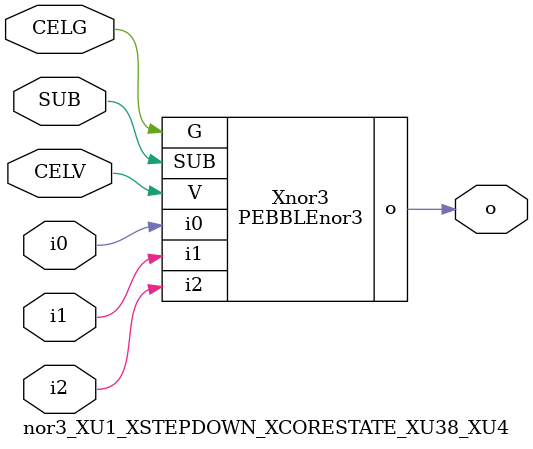
<source format=v>



module PEBBLEnor3 ( o, G, SUB, V, i0, i1, i2 );

  input i0;
  input V;
  input i2;
  input i1;
  input G;
  output o;
  input SUB;
endmodule

//Celera Confidential Do Not Copy nor3_XU1_XSTEPDOWN_XCORESTATE_XU38_XU4
//Celera Confidential Symbol Generator
//NOR3
module nor3_XU1_XSTEPDOWN_XCORESTATE_XU38_XU4 (CELV,CELG,i0,i1,i2,o,SUB);
input CELV;
input CELG;
input i0;
input i1;
input i2;
input SUB;
output o;

//Celera Confidential Do Not Copy nor3
PEBBLEnor3 Xnor3(
.V (CELV),
.i0 (i0),
.i1 (i1),
.i2 (i2),
.o (o),
.SUB (SUB),
.G (CELG)
);
//,diesize,PEBBLEnor3

//Celera Confidential Do Not Copy Module End
//Celera Schematic Generator
endmodule

</source>
